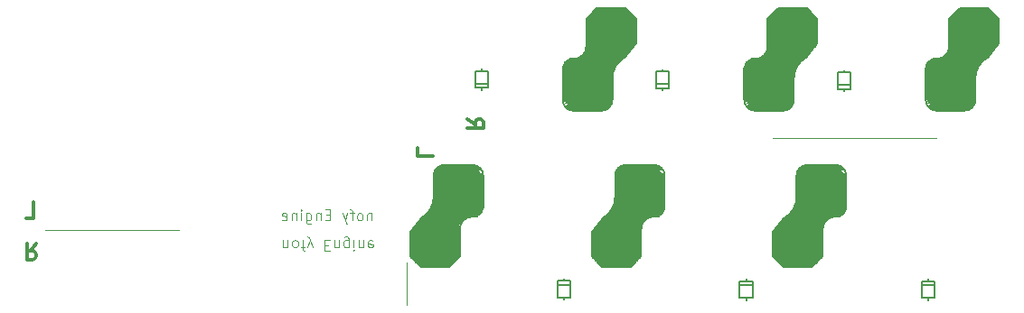
<source format=gbr>
G04 #@! TF.GenerationSoftware,KiCad,Pcbnew,9.0.0*
G04 #@! TF.CreationDate,2025-04-19T14:36:31+09:00*
G04 #@! TF.ProjectId,nofy_V2_E,6e6f6679-5f56-4325-9f45-2e6b69636164,rev?*
G04 #@! TF.SameCoordinates,Original*
G04 #@! TF.FileFunction,Legend,Bot*
G04 #@! TF.FilePolarity,Positive*
%FSLAX46Y46*%
G04 Gerber Fmt 4.6, Leading zero omitted, Abs format (unit mm)*
G04 Created by KiCad (PCBNEW 9.0.0) date 2025-04-19 14:36:31*
%MOMM*%
%LPD*%
G01*
G04 APERTURE LIST*
%ADD10C,0.100000*%
%ADD11C,0.125000*%
%ADD12C,0.300000*%
%ADD13C,0.200000*%
%ADD14C,0.150000*%
G04 APERTURE END LIST*
D10*
X89595550Y-43303000D02*
X104895550Y-43303000D01*
X55295500Y-59003000D02*
X55295500Y-55003000D01*
X33995500Y-52003000D02*
X21395500Y-52003000D01*
D11*
X52033768Y-50391552D02*
X52033768Y-51058219D01*
X52033768Y-50486790D02*
X51986149Y-50439171D01*
X51986149Y-50439171D02*
X51890911Y-50391552D01*
X51890911Y-50391552D02*
X51748054Y-50391552D01*
X51748054Y-50391552D02*
X51652816Y-50439171D01*
X51652816Y-50439171D02*
X51605197Y-50534409D01*
X51605197Y-50534409D02*
X51605197Y-51058219D01*
X50986149Y-51058219D02*
X51081387Y-51010600D01*
X51081387Y-51010600D02*
X51129006Y-50962980D01*
X51129006Y-50962980D02*
X51176625Y-50867742D01*
X51176625Y-50867742D02*
X51176625Y-50582028D01*
X51176625Y-50582028D02*
X51129006Y-50486790D01*
X51129006Y-50486790D02*
X51081387Y-50439171D01*
X51081387Y-50439171D02*
X50986149Y-50391552D01*
X50986149Y-50391552D02*
X50843292Y-50391552D01*
X50843292Y-50391552D02*
X50748054Y-50439171D01*
X50748054Y-50439171D02*
X50700435Y-50486790D01*
X50700435Y-50486790D02*
X50652816Y-50582028D01*
X50652816Y-50582028D02*
X50652816Y-50867742D01*
X50652816Y-50867742D02*
X50700435Y-50962980D01*
X50700435Y-50962980D02*
X50748054Y-51010600D01*
X50748054Y-51010600D02*
X50843292Y-51058219D01*
X50843292Y-51058219D02*
X50986149Y-51058219D01*
X50367101Y-50391552D02*
X49986149Y-50391552D01*
X50224244Y-51058219D02*
X50224244Y-50201076D01*
X50224244Y-50201076D02*
X50176625Y-50105838D01*
X50176625Y-50105838D02*
X50081387Y-50058219D01*
X50081387Y-50058219D02*
X49986149Y-50058219D01*
X49748053Y-50391552D02*
X49509958Y-51058219D01*
X49271863Y-50391552D02*
X49509958Y-51058219D01*
X49509958Y-51058219D02*
X49605196Y-51296314D01*
X49605196Y-51296314D02*
X49652815Y-51343933D01*
X49652815Y-51343933D02*
X49748053Y-51391552D01*
X48129005Y-50534409D02*
X47795672Y-50534409D01*
X47652815Y-51058219D02*
X48129005Y-51058219D01*
X48129005Y-51058219D02*
X48129005Y-50058219D01*
X48129005Y-50058219D02*
X47652815Y-50058219D01*
X47224243Y-50391552D02*
X47224243Y-51058219D01*
X47224243Y-50486790D02*
X47176624Y-50439171D01*
X47176624Y-50439171D02*
X47081386Y-50391552D01*
X47081386Y-50391552D02*
X46938529Y-50391552D01*
X46938529Y-50391552D02*
X46843291Y-50439171D01*
X46843291Y-50439171D02*
X46795672Y-50534409D01*
X46795672Y-50534409D02*
X46795672Y-51058219D01*
X45890910Y-50391552D02*
X45890910Y-51201076D01*
X45890910Y-51201076D02*
X45938529Y-51296314D01*
X45938529Y-51296314D02*
X45986148Y-51343933D01*
X45986148Y-51343933D02*
X46081386Y-51391552D01*
X46081386Y-51391552D02*
X46224243Y-51391552D01*
X46224243Y-51391552D02*
X46319481Y-51343933D01*
X45890910Y-51010600D02*
X45986148Y-51058219D01*
X45986148Y-51058219D02*
X46176624Y-51058219D01*
X46176624Y-51058219D02*
X46271862Y-51010600D01*
X46271862Y-51010600D02*
X46319481Y-50962980D01*
X46319481Y-50962980D02*
X46367100Y-50867742D01*
X46367100Y-50867742D02*
X46367100Y-50582028D01*
X46367100Y-50582028D02*
X46319481Y-50486790D01*
X46319481Y-50486790D02*
X46271862Y-50439171D01*
X46271862Y-50439171D02*
X46176624Y-50391552D01*
X46176624Y-50391552D02*
X45986148Y-50391552D01*
X45986148Y-50391552D02*
X45890910Y-50439171D01*
X45414719Y-51058219D02*
X45414719Y-50391552D01*
X45414719Y-50058219D02*
X45462338Y-50105838D01*
X45462338Y-50105838D02*
X45414719Y-50153457D01*
X45414719Y-50153457D02*
X45367100Y-50105838D01*
X45367100Y-50105838D02*
X45414719Y-50058219D01*
X45414719Y-50058219D02*
X45414719Y-50153457D01*
X44938529Y-50391552D02*
X44938529Y-51058219D01*
X44938529Y-50486790D02*
X44890910Y-50439171D01*
X44890910Y-50439171D02*
X44795672Y-50391552D01*
X44795672Y-50391552D02*
X44652815Y-50391552D01*
X44652815Y-50391552D02*
X44557577Y-50439171D01*
X44557577Y-50439171D02*
X44509958Y-50534409D01*
X44509958Y-50534409D02*
X44509958Y-51058219D01*
X43652815Y-51010600D02*
X43748053Y-51058219D01*
X43748053Y-51058219D02*
X43938529Y-51058219D01*
X43938529Y-51058219D02*
X44033767Y-51010600D01*
X44033767Y-51010600D02*
X44081386Y-50915361D01*
X44081386Y-50915361D02*
X44081386Y-50534409D01*
X44081386Y-50534409D02*
X44033767Y-50439171D01*
X44033767Y-50439171D02*
X43938529Y-50391552D01*
X43938529Y-50391552D02*
X43748053Y-50391552D01*
X43748053Y-50391552D02*
X43652815Y-50439171D01*
X43652815Y-50439171D02*
X43605196Y-50534409D01*
X43605196Y-50534409D02*
X43605196Y-50629647D01*
X43605196Y-50629647D02*
X44081386Y-50724885D01*
D12*
X56294671Y-44284203D02*
X56294671Y-44998489D01*
X56294671Y-44998489D02*
X57794671Y-44998489D01*
D11*
X43724431Y-53582647D02*
X43724431Y-52915980D01*
X43724431Y-53487409D02*
X43772050Y-53535028D01*
X43772050Y-53535028D02*
X43867288Y-53582647D01*
X43867288Y-53582647D02*
X44010145Y-53582647D01*
X44010145Y-53582647D02*
X44105383Y-53535028D01*
X44105383Y-53535028D02*
X44153002Y-53439790D01*
X44153002Y-53439790D02*
X44153002Y-52915980D01*
X44772050Y-52915980D02*
X44676812Y-52963600D01*
X44676812Y-52963600D02*
X44629193Y-53011219D01*
X44629193Y-53011219D02*
X44581574Y-53106457D01*
X44581574Y-53106457D02*
X44581574Y-53392171D01*
X44581574Y-53392171D02*
X44629193Y-53487409D01*
X44629193Y-53487409D02*
X44676812Y-53535028D01*
X44676812Y-53535028D02*
X44772050Y-53582647D01*
X44772050Y-53582647D02*
X44914907Y-53582647D01*
X44914907Y-53582647D02*
X45010145Y-53535028D01*
X45010145Y-53535028D02*
X45057764Y-53487409D01*
X45057764Y-53487409D02*
X45105383Y-53392171D01*
X45105383Y-53392171D02*
X45105383Y-53106457D01*
X45105383Y-53106457D02*
X45057764Y-53011219D01*
X45057764Y-53011219D02*
X45010145Y-52963600D01*
X45010145Y-52963600D02*
X44914907Y-52915980D01*
X44914907Y-52915980D02*
X44772050Y-52915980D01*
X45391098Y-53582647D02*
X45772050Y-53582647D01*
X45533955Y-52915980D02*
X45533955Y-53773123D01*
X45533955Y-53773123D02*
X45581574Y-53868361D01*
X45581574Y-53868361D02*
X45676812Y-53915980D01*
X45676812Y-53915980D02*
X45772050Y-53915980D01*
X46010146Y-53582647D02*
X46248241Y-52915980D01*
X46486336Y-53582647D02*
X46248241Y-52915980D01*
X46248241Y-52915980D02*
X46153003Y-52677885D01*
X46153003Y-52677885D02*
X46105384Y-52630266D01*
X46105384Y-52630266D02*
X46010146Y-52582647D01*
X47629194Y-53439790D02*
X47962527Y-53439790D01*
X48105384Y-52915980D02*
X47629194Y-52915980D01*
X47629194Y-52915980D02*
X47629194Y-53915980D01*
X47629194Y-53915980D02*
X48105384Y-53915980D01*
X48533956Y-53582647D02*
X48533956Y-52915980D01*
X48533956Y-53487409D02*
X48581575Y-53535028D01*
X48581575Y-53535028D02*
X48676813Y-53582647D01*
X48676813Y-53582647D02*
X48819670Y-53582647D01*
X48819670Y-53582647D02*
X48914908Y-53535028D01*
X48914908Y-53535028D02*
X48962527Y-53439790D01*
X48962527Y-53439790D02*
X48962527Y-52915980D01*
X49867289Y-53582647D02*
X49867289Y-52773123D01*
X49867289Y-52773123D02*
X49819670Y-52677885D01*
X49819670Y-52677885D02*
X49772051Y-52630266D01*
X49772051Y-52630266D02*
X49676813Y-52582647D01*
X49676813Y-52582647D02*
X49533956Y-52582647D01*
X49533956Y-52582647D02*
X49438718Y-52630266D01*
X49867289Y-52963600D02*
X49772051Y-52915980D01*
X49772051Y-52915980D02*
X49581575Y-52915980D01*
X49581575Y-52915980D02*
X49486337Y-52963600D01*
X49486337Y-52963600D02*
X49438718Y-53011219D01*
X49438718Y-53011219D02*
X49391099Y-53106457D01*
X49391099Y-53106457D02*
X49391099Y-53392171D01*
X49391099Y-53392171D02*
X49438718Y-53487409D01*
X49438718Y-53487409D02*
X49486337Y-53535028D01*
X49486337Y-53535028D02*
X49581575Y-53582647D01*
X49581575Y-53582647D02*
X49772051Y-53582647D01*
X49772051Y-53582647D02*
X49867289Y-53535028D01*
X50343480Y-52915980D02*
X50343480Y-53582647D01*
X50343480Y-53915980D02*
X50295861Y-53868361D01*
X50295861Y-53868361D02*
X50343480Y-53820742D01*
X50343480Y-53820742D02*
X50391099Y-53868361D01*
X50391099Y-53868361D02*
X50343480Y-53915980D01*
X50343480Y-53915980D02*
X50343480Y-53820742D01*
X50819670Y-53582647D02*
X50819670Y-52915980D01*
X50819670Y-53487409D02*
X50867289Y-53535028D01*
X50867289Y-53535028D02*
X50962527Y-53582647D01*
X50962527Y-53582647D02*
X51105384Y-53582647D01*
X51105384Y-53582647D02*
X51200622Y-53535028D01*
X51200622Y-53535028D02*
X51248241Y-53439790D01*
X51248241Y-53439790D02*
X51248241Y-52915980D01*
X52105384Y-52963600D02*
X52010146Y-52915980D01*
X52010146Y-52915980D02*
X51819670Y-52915980D01*
X51819670Y-52915980D02*
X51724432Y-52963600D01*
X51724432Y-52963600D02*
X51676813Y-53058838D01*
X51676813Y-53058838D02*
X51676813Y-53439790D01*
X51676813Y-53439790D02*
X51724432Y-53535028D01*
X51724432Y-53535028D02*
X51819670Y-53582647D01*
X51819670Y-53582647D02*
X52010146Y-53582647D01*
X52010146Y-53582647D02*
X52105384Y-53535028D01*
X52105384Y-53535028D02*
X52153003Y-53439790D01*
X52153003Y-53439790D02*
X52153003Y-53344552D01*
X52153003Y-53344552D02*
X51676813Y-53249314D01*
D12*
X20565753Y-53236271D02*
X20065753Y-53950557D01*
X19708610Y-53236271D02*
X19708610Y-54736271D01*
X19708610Y-54736271D02*
X20280039Y-54736271D01*
X20280039Y-54736271D02*
X20422896Y-54664842D01*
X20422896Y-54664842D02*
X20494325Y-54593414D01*
X20494325Y-54593414D02*
X20565753Y-54450557D01*
X20565753Y-54450557D02*
X20565753Y-54236271D01*
X20565753Y-54236271D02*
X20494325Y-54093414D01*
X20494325Y-54093414D02*
X20422896Y-54021985D01*
X20422896Y-54021985D02*
X20280039Y-53950557D01*
X20280039Y-53950557D02*
X19708610Y-53950557D01*
X60994671Y-41541346D02*
X61708957Y-42041346D01*
X60994671Y-42398489D02*
X62494671Y-42398489D01*
X62494671Y-42398489D02*
X62494671Y-41827060D01*
X62494671Y-41827060D02*
X62423242Y-41684203D01*
X62423242Y-41684203D02*
X62351814Y-41612774D01*
X62351814Y-41612774D02*
X62208957Y-41541346D01*
X62208957Y-41541346D02*
X61994671Y-41541346D01*
X61994671Y-41541346D02*
X61851814Y-41612774D01*
X61851814Y-41612774D02*
X61780385Y-41684203D01*
X61780385Y-41684203D02*
X61708957Y-41827060D01*
X61708957Y-41827060D02*
X61708957Y-42398489D01*
X19635303Y-50837928D02*
X20349589Y-50837928D01*
X20349589Y-50837928D02*
X20349589Y-49337928D01*
D13*
X103550186Y-56760781D02*
X103550186Y-58348285D01*
X103550186Y-57157657D02*
X104740814Y-57157657D01*
X103550186Y-58348285D02*
X104740814Y-58348285D01*
X104145500Y-56562343D02*
X104145500Y-56760781D01*
X104145500Y-58348285D02*
X104145500Y-58546723D01*
X104740814Y-56760781D02*
X103550186Y-56760781D01*
X104740814Y-58348285D02*
X104740814Y-56760781D01*
D14*
X69920500Y-36764204D02*
X69920500Y-39728000D01*
X70920500Y-40758000D02*
X73570500Y-40758000D01*
X70945500Y-35903000D02*
X70622387Y-35903000D01*
X72120500Y-32153000D02*
X72120500Y-34728000D01*
X73120500Y-31153000D02*
X72120500Y-32153000D01*
X73120500Y-31153000D02*
X75770500Y-31153000D01*
X74075500Y-40603000D02*
X70395500Y-40603000D01*
X74245500Y-40453000D02*
X70275500Y-40453000D01*
X74385500Y-40303000D02*
X70245500Y-40303000D01*
X74465500Y-40153000D02*
X70345500Y-40153000D01*
X74515500Y-40003000D02*
X70195500Y-40003000D01*
X74545500Y-37603000D02*
X69995500Y-37603000D01*
X74545500Y-37753000D02*
X69945500Y-37753000D01*
X74545500Y-37903000D02*
X69945500Y-37903000D01*
X74545500Y-38053000D02*
X69945500Y-38053000D01*
X74545500Y-38203000D02*
X69945500Y-38203000D01*
X74545500Y-38353000D02*
X69945500Y-38353000D01*
X74545500Y-38503000D02*
X69945500Y-38503000D01*
X74545500Y-38653000D02*
X69945500Y-38653000D01*
X74545500Y-38803000D02*
X69945500Y-38803000D01*
X74545500Y-38953000D02*
X69945500Y-38953000D01*
X74545500Y-39103000D02*
X69945500Y-39103000D01*
X74545500Y-39253000D02*
X69945500Y-39253000D01*
X74545500Y-39403000D02*
X69945500Y-39403000D01*
X74545500Y-39553000D02*
X69945500Y-39553000D01*
X74545500Y-39703000D02*
X69945500Y-39703000D01*
X74555500Y-39853000D02*
X70045500Y-39853000D01*
X74570500Y-37753000D02*
X74570500Y-39728000D01*
X74585500Y-37453000D02*
X69945500Y-37453000D01*
X74595500Y-37153000D02*
X69995500Y-37153000D01*
X74595500Y-37303000D02*
X69945500Y-37303000D01*
X74645500Y-37003000D02*
X69935500Y-37003000D01*
X74745500Y-36853000D02*
X69925500Y-36853000D01*
X74795500Y-36703000D02*
X69945500Y-36703000D01*
X74895500Y-36553000D02*
X69975500Y-36553000D01*
X74995500Y-36403000D02*
X70025500Y-36403000D01*
X75095500Y-36253000D02*
X70105500Y-36253000D01*
X75245500Y-36103000D02*
X70295500Y-36103000D01*
X75395500Y-35953000D02*
X70495500Y-35953000D01*
X75565500Y-35853000D02*
X71445500Y-35853000D01*
X75745500Y-35753000D02*
X71595500Y-35753000D01*
X75745500Y-35753000D02*
X76770500Y-34478000D01*
X75770500Y-31153000D02*
X76770500Y-32153000D01*
X75815500Y-35653000D02*
X71795500Y-35653000D01*
X75895500Y-35553000D02*
X71895500Y-35553000D01*
X75915500Y-31303000D02*
X72985500Y-31303000D01*
X75975500Y-35453000D02*
X71945500Y-35453000D01*
X75995500Y-31403000D02*
X72875500Y-31403000D01*
X76065500Y-35343000D02*
X71995500Y-35353000D01*
X76105500Y-31503000D02*
X72775500Y-31503000D01*
X76165500Y-35203000D02*
X72045500Y-35203000D01*
X76205500Y-31603000D02*
X72675500Y-31603000D01*
X76305500Y-35053000D02*
X72145500Y-35053000D01*
X76365500Y-31753000D02*
X72535500Y-31753000D01*
X76425500Y-34903000D02*
X72145500Y-34903000D01*
X76495500Y-31903000D02*
X72375500Y-31903000D01*
X76535500Y-34753000D02*
X72145500Y-34753000D01*
X76635500Y-32053000D02*
X72245500Y-32053000D01*
X76655500Y-34603000D02*
X72195500Y-34603000D01*
X76745500Y-32203000D02*
X72145500Y-32203000D01*
X76745500Y-32353000D02*
X72145500Y-32353000D01*
X76745500Y-32503000D02*
X72145500Y-32503000D01*
X76745500Y-32653000D02*
X72145500Y-32653000D01*
X76745500Y-32803000D02*
X72145500Y-32803000D01*
X76745500Y-32953000D02*
X72145500Y-32953000D01*
X76745500Y-33103000D02*
X72145500Y-33103000D01*
X76745500Y-33253000D02*
X72145500Y-33253000D01*
X76745500Y-33403000D02*
X72145500Y-33403000D01*
X76745500Y-33553000D02*
X72145500Y-33553000D01*
X76745500Y-33703000D02*
X72145500Y-33703000D01*
X76745500Y-33853000D02*
X72145500Y-33853000D01*
X76745500Y-34003000D02*
X72145500Y-34003000D01*
X76745500Y-34153000D02*
X72145500Y-34153000D01*
X76745500Y-34303000D02*
X72145500Y-34303000D01*
X76745500Y-34453000D02*
X72145500Y-34453000D01*
X76770500Y-32153000D02*
X76770500Y-34478000D01*
X69920500Y-36764204D02*
G75*
G02*
X70622387Y-35903000I926887J-38796D01*
G01*
X70920500Y-40758000D02*
G75*
G02*
X69920500Y-39758000I-1J999999D01*
G01*
X72120500Y-34728000D02*
G75*
G02*
X70945500Y-35903000I-1175002J2D01*
G01*
X74562958Y-37753000D02*
G75*
G02*
X75745500Y-35753000I2282546J-2D01*
G01*
X74570500Y-39758000D02*
G75*
G02*
X73570500Y-40758000I-999999J-1D01*
G01*
D13*
X95700186Y-37134215D02*
X95700186Y-38721719D01*
X95700186Y-38721719D02*
X96890814Y-38721719D01*
X96295500Y-37134215D02*
X96295500Y-36935777D01*
X96295500Y-38920157D02*
X96295500Y-38721719D01*
X96890814Y-37134215D02*
X95700186Y-37134215D01*
X96890814Y-38324843D02*
X95700186Y-38324843D01*
X96890814Y-38721719D02*
X96890814Y-37134215D01*
X86500186Y-56760781D02*
X86500186Y-58348285D01*
X86500186Y-57157657D02*
X87690814Y-57157657D01*
X86500186Y-58348285D02*
X87690814Y-58348285D01*
X87095500Y-56562343D02*
X87095500Y-56760781D01*
X87095500Y-58348285D02*
X87095500Y-58546723D01*
X87690814Y-56760781D02*
X86500186Y-56760781D01*
X87690814Y-58348285D02*
X87690814Y-56760781D01*
D14*
X86920500Y-36764204D02*
X86920500Y-39728000D01*
X87920500Y-40758000D02*
X90570500Y-40758000D01*
X87945500Y-35903000D02*
X87622387Y-35903000D01*
X89120500Y-32153000D02*
X89120500Y-34728000D01*
X90120500Y-31153000D02*
X89120500Y-32153000D01*
X90120500Y-31153000D02*
X92770500Y-31153000D01*
X91075500Y-40603000D02*
X87395500Y-40603000D01*
X91245500Y-40453000D02*
X87275500Y-40453000D01*
X91385500Y-40303000D02*
X87245500Y-40303000D01*
X91465500Y-40153000D02*
X87345500Y-40153000D01*
X91515500Y-40003000D02*
X87195500Y-40003000D01*
X91545500Y-37603000D02*
X86995500Y-37603000D01*
X91545500Y-37753000D02*
X86945500Y-37753000D01*
X91545500Y-37903000D02*
X86945500Y-37903000D01*
X91545500Y-38053000D02*
X86945500Y-38053000D01*
X91545500Y-38203000D02*
X86945500Y-38203000D01*
X91545500Y-38353000D02*
X86945500Y-38353000D01*
X91545500Y-38503000D02*
X86945500Y-38503000D01*
X91545500Y-38653000D02*
X86945500Y-38653000D01*
X91545500Y-38803000D02*
X86945500Y-38803000D01*
X91545500Y-38953000D02*
X86945500Y-38953000D01*
X91545500Y-39103000D02*
X86945500Y-39103000D01*
X91545500Y-39253000D02*
X86945500Y-39253000D01*
X91545500Y-39403000D02*
X86945500Y-39403000D01*
X91545500Y-39553000D02*
X86945500Y-39553000D01*
X91545500Y-39703000D02*
X86945500Y-39703000D01*
X91555500Y-39853000D02*
X87045500Y-39853000D01*
X91570500Y-37753000D02*
X91570500Y-39728000D01*
X91585500Y-37453000D02*
X86945500Y-37453000D01*
X91595500Y-37153000D02*
X86995500Y-37153000D01*
X91595500Y-37303000D02*
X86945500Y-37303000D01*
X91645500Y-37003000D02*
X86935500Y-37003000D01*
X91745500Y-36853000D02*
X86925500Y-36853000D01*
X91795500Y-36703000D02*
X86945500Y-36703000D01*
X91895500Y-36553000D02*
X86975500Y-36553000D01*
X91995500Y-36403000D02*
X87025500Y-36403000D01*
X92095500Y-36253000D02*
X87105500Y-36253000D01*
X92245500Y-36103000D02*
X87295500Y-36103000D01*
X92395500Y-35953000D02*
X87495500Y-35953000D01*
X92565500Y-35853000D02*
X88445500Y-35853000D01*
X92745500Y-35753000D02*
X88595500Y-35753000D01*
X92745500Y-35753000D02*
X93770500Y-34478000D01*
X92770500Y-31153000D02*
X93770500Y-32153000D01*
X92815500Y-35653000D02*
X88795500Y-35653000D01*
X92895500Y-35553000D02*
X88895500Y-35553000D01*
X92915500Y-31303000D02*
X89985500Y-31303000D01*
X92975500Y-35453000D02*
X88945500Y-35453000D01*
X92995500Y-31403000D02*
X89875500Y-31403000D01*
X93065500Y-35343000D02*
X88995500Y-35353000D01*
X93105500Y-31503000D02*
X89775500Y-31503000D01*
X93165500Y-35203000D02*
X89045500Y-35203000D01*
X93205500Y-31603000D02*
X89675500Y-31603000D01*
X93305500Y-35053000D02*
X89145500Y-35053000D01*
X93365500Y-31753000D02*
X89535500Y-31753000D01*
X93425500Y-34903000D02*
X89145500Y-34903000D01*
X93495500Y-31903000D02*
X89375500Y-31903000D01*
X93535500Y-34753000D02*
X89145500Y-34753000D01*
X93635500Y-32053000D02*
X89245500Y-32053000D01*
X93655500Y-34603000D02*
X89195500Y-34603000D01*
X93745500Y-32203000D02*
X89145500Y-32203000D01*
X93745500Y-32353000D02*
X89145500Y-32353000D01*
X93745500Y-32503000D02*
X89145500Y-32503000D01*
X93745500Y-32653000D02*
X89145500Y-32653000D01*
X93745500Y-32803000D02*
X89145500Y-32803000D01*
X93745500Y-32953000D02*
X89145500Y-32953000D01*
X93745500Y-33103000D02*
X89145500Y-33103000D01*
X93745500Y-33253000D02*
X89145500Y-33253000D01*
X93745500Y-33403000D02*
X89145500Y-33403000D01*
X93745500Y-33553000D02*
X89145500Y-33553000D01*
X93745500Y-33703000D02*
X89145500Y-33703000D01*
X93745500Y-33853000D02*
X89145500Y-33853000D01*
X93745500Y-34003000D02*
X89145500Y-34003000D01*
X93745500Y-34153000D02*
X89145500Y-34153000D01*
X93745500Y-34303000D02*
X89145500Y-34303000D01*
X93745500Y-34453000D02*
X89145500Y-34453000D01*
X93770500Y-32153000D02*
X93770500Y-34478000D01*
X86920500Y-36764204D02*
G75*
G02*
X87622387Y-35903000I926887J-38796D01*
G01*
X87920500Y-40758000D02*
G75*
G02*
X86920500Y-39758000I-1J999999D01*
G01*
X89120500Y-34728000D02*
G75*
G02*
X87945500Y-35903000I-1175002J2D01*
G01*
X91562958Y-37753000D02*
G75*
G02*
X92745500Y-35753000I2282546J-2D01*
G01*
X91570500Y-39758000D02*
G75*
G02*
X90570500Y-40758000I-999999J-1D01*
G01*
X72620500Y-54453000D02*
X72620500Y-52128000D01*
X72645500Y-52153000D02*
X77245500Y-52153000D01*
X72645500Y-52303000D02*
X77245500Y-52303000D01*
X72645500Y-52453000D02*
X77245500Y-52453000D01*
X72645500Y-52603000D02*
X77245500Y-52603000D01*
X72645500Y-52753000D02*
X77245500Y-52753000D01*
X72645500Y-52903000D02*
X77245500Y-52903000D01*
X72645500Y-53053000D02*
X77245500Y-53053000D01*
X72645500Y-53203000D02*
X77245500Y-53203000D01*
X72645500Y-53353000D02*
X77245500Y-53353000D01*
X72645500Y-53503000D02*
X77245500Y-53503000D01*
X72645500Y-53653000D02*
X77245500Y-53653000D01*
X72645500Y-53803000D02*
X77245500Y-53803000D01*
X72645500Y-53953000D02*
X77245500Y-53953000D01*
X72645500Y-54103000D02*
X77245500Y-54103000D01*
X72645500Y-54253000D02*
X77245500Y-54253000D01*
X72645500Y-54403000D02*
X77245500Y-54403000D01*
X72735500Y-52003000D02*
X77195500Y-52003000D01*
X72755500Y-54553000D02*
X77145500Y-54553000D01*
X72855500Y-51853000D02*
X77245500Y-51853000D01*
X72895500Y-54703000D02*
X77015500Y-54703000D01*
X72965500Y-51703000D02*
X77245500Y-51703000D01*
X73025500Y-54853000D02*
X76855500Y-54853000D01*
X73085500Y-51553000D02*
X77245500Y-51553000D01*
X73185500Y-55003000D02*
X76715500Y-55003000D01*
X73225500Y-51403000D02*
X77345500Y-51403000D01*
X73285500Y-55103000D02*
X76615500Y-55103000D01*
X73325500Y-51263000D02*
X77395500Y-51253000D01*
X73395500Y-55203000D02*
X76515500Y-55203000D01*
X73415500Y-51153000D02*
X77445500Y-51153000D01*
X73475500Y-55303000D02*
X76405500Y-55303000D01*
X73495500Y-51053000D02*
X77495500Y-51053000D01*
X73575500Y-50953000D02*
X77595500Y-50953000D01*
X73620500Y-55453000D02*
X72620500Y-54453000D01*
X73645500Y-50853000D02*
X72620500Y-52128000D01*
X73645500Y-50853000D02*
X77795500Y-50853000D01*
X73825500Y-50753000D02*
X77945500Y-50753000D01*
X73995500Y-50653000D02*
X78895500Y-50653000D01*
X74145500Y-50503000D02*
X79095500Y-50503000D01*
X74295500Y-50353000D02*
X79285500Y-50353000D01*
X74395500Y-50203000D02*
X79365500Y-50203000D01*
X74495500Y-50053000D02*
X79415500Y-50053000D01*
X74595500Y-49903000D02*
X79445500Y-49903000D01*
X74645500Y-49753000D02*
X79465500Y-49753000D01*
X74745500Y-49603000D02*
X79455500Y-49603000D01*
X74795500Y-49303000D02*
X79445500Y-49303000D01*
X74795500Y-49453000D02*
X79395500Y-49453000D01*
X74805500Y-49153000D02*
X79445500Y-49153000D01*
X74820500Y-48853000D02*
X74820500Y-46878000D01*
X74835500Y-46753000D02*
X79345500Y-46753000D01*
X74845500Y-46903000D02*
X79445500Y-46903000D01*
X74845500Y-47053000D02*
X79445500Y-47053000D01*
X74845500Y-47203000D02*
X79445500Y-47203000D01*
X74845500Y-47353000D02*
X79445500Y-47353000D01*
X74845500Y-47503000D02*
X79445500Y-47503000D01*
X74845500Y-47653000D02*
X79445500Y-47653000D01*
X74845500Y-47803000D02*
X79445500Y-47803000D01*
X74845500Y-47953000D02*
X79445500Y-47953000D01*
X74845500Y-48103000D02*
X79445500Y-48103000D01*
X74845500Y-48253000D02*
X79445500Y-48253000D01*
X74845500Y-48403000D02*
X79445500Y-48403000D01*
X74845500Y-48553000D02*
X79445500Y-48553000D01*
X74845500Y-48703000D02*
X79445500Y-48703000D01*
X74845500Y-48853000D02*
X79445500Y-48853000D01*
X74845500Y-49003000D02*
X79395500Y-49003000D01*
X74875500Y-46603000D02*
X79195500Y-46603000D01*
X74925500Y-46453000D02*
X79045500Y-46453000D01*
X75005500Y-46303000D02*
X79145500Y-46303000D01*
X75145500Y-46153000D02*
X79115500Y-46153000D01*
X75315500Y-46003000D02*
X78995500Y-46003000D01*
X76270500Y-55453000D02*
X73620500Y-55453000D01*
X76270500Y-55453000D02*
X77270500Y-54453000D01*
X77270500Y-54453000D02*
X77270500Y-51878000D01*
X78445500Y-50703000D02*
X78768613Y-50703000D01*
X78470500Y-45848000D02*
X75820500Y-45848000D01*
X79470500Y-49841796D02*
X79470500Y-46878000D01*
X74820500Y-46848000D02*
G75*
G02*
X75820500Y-45848000I999999J1D01*
G01*
X74828042Y-48853000D02*
G75*
G02*
X73645500Y-50853000I-2282546J2D01*
G01*
X77270500Y-51878000D02*
G75*
G02*
X78445500Y-50703000I1175002J-2D01*
G01*
X78470500Y-45848000D02*
G75*
G02*
X79470500Y-46848000I1J-999999D01*
G01*
X79470500Y-49841796D02*
G75*
G02*
X78768613Y-50703000I-926887J38796D01*
G01*
X55620500Y-54453000D02*
X55620500Y-52128000D01*
X55645500Y-52153000D02*
X60245500Y-52153000D01*
X55645500Y-52303000D02*
X60245500Y-52303000D01*
X55645500Y-52453000D02*
X60245500Y-52453000D01*
X55645500Y-52603000D02*
X60245500Y-52603000D01*
X55645500Y-52753000D02*
X60245500Y-52753000D01*
X55645500Y-52903000D02*
X60245500Y-52903000D01*
X55645500Y-53053000D02*
X60245500Y-53053000D01*
X55645500Y-53203000D02*
X60245500Y-53203000D01*
X55645500Y-53353000D02*
X60245500Y-53353000D01*
X55645500Y-53503000D02*
X60245500Y-53503000D01*
X55645500Y-53653000D02*
X60245500Y-53653000D01*
X55645500Y-53803000D02*
X60245500Y-53803000D01*
X55645500Y-53953000D02*
X60245500Y-53953000D01*
X55645500Y-54103000D02*
X60245500Y-54103000D01*
X55645500Y-54253000D02*
X60245500Y-54253000D01*
X55645500Y-54403000D02*
X60245500Y-54403000D01*
X55735500Y-52003000D02*
X60195500Y-52003000D01*
X55755500Y-54553000D02*
X60145500Y-54553000D01*
X55855500Y-51853000D02*
X60245500Y-51853000D01*
X55895500Y-54703000D02*
X60015500Y-54703000D01*
X55965500Y-51703000D02*
X60245500Y-51703000D01*
X56025500Y-54853000D02*
X59855500Y-54853000D01*
X56085500Y-51553000D02*
X60245500Y-51553000D01*
X56185500Y-55003000D02*
X59715500Y-55003000D01*
X56225500Y-51403000D02*
X60345500Y-51403000D01*
X56285500Y-55103000D02*
X59615500Y-55103000D01*
X56325500Y-51263000D02*
X60395500Y-51253000D01*
X56395500Y-55203000D02*
X59515500Y-55203000D01*
X56415500Y-51153000D02*
X60445500Y-51153000D01*
X56475500Y-55303000D02*
X59405500Y-55303000D01*
X56495500Y-51053000D02*
X60495500Y-51053000D01*
X56575500Y-50953000D02*
X60595500Y-50953000D01*
X56620500Y-55453000D02*
X55620500Y-54453000D01*
X56645500Y-50853000D02*
X55620500Y-52128000D01*
X56645500Y-50853000D02*
X60795500Y-50853000D01*
X56825500Y-50753000D02*
X60945500Y-50753000D01*
X56995500Y-50653000D02*
X61895500Y-50653000D01*
X57145500Y-50503000D02*
X62095500Y-50503000D01*
X57295500Y-50353000D02*
X62285500Y-50353000D01*
X57395500Y-50203000D02*
X62365500Y-50203000D01*
X57495500Y-50053000D02*
X62415500Y-50053000D01*
X57595500Y-49903000D02*
X62445500Y-49903000D01*
X57645500Y-49753000D02*
X62465500Y-49753000D01*
X57745500Y-49603000D02*
X62455500Y-49603000D01*
X57795500Y-49303000D02*
X62445500Y-49303000D01*
X57795500Y-49453000D02*
X62395500Y-49453000D01*
X57805500Y-49153000D02*
X62445500Y-49153000D01*
X57820500Y-48853000D02*
X57820500Y-46878000D01*
X57835500Y-46753000D02*
X62345500Y-46753000D01*
X57845500Y-46903000D02*
X62445500Y-46903000D01*
X57845500Y-47053000D02*
X62445500Y-47053000D01*
X57845500Y-47203000D02*
X62445500Y-47203000D01*
X57845500Y-47353000D02*
X62445500Y-47353000D01*
X57845500Y-47503000D02*
X62445500Y-47503000D01*
X57845500Y-47653000D02*
X62445500Y-47653000D01*
X57845500Y-47803000D02*
X62445500Y-47803000D01*
X57845500Y-47953000D02*
X62445500Y-47953000D01*
X57845500Y-48103000D02*
X62445500Y-48103000D01*
X57845500Y-48253000D02*
X62445500Y-48253000D01*
X57845500Y-48403000D02*
X62445500Y-48403000D01*
X57845500Y-48553000D02*
X62445500Y-48553000D01*
X57845500Y-48703000D02*
X62445500Y-48703000D01*
X57845500Y-48853000D02*
X62445500Y-48853000D01*
X57845500Y-49003000D02*
X62395500Y-49003000D01*
X57875500Y-46603000D02*
X62195500Y-46603000D01*
X57925500Y-46453000D02*
X62045500Y-46453000D01*
X58005500Y-46303000D02*
X62145500Y-46303000D01*
X58145500Y-46153000D02*
X62115500Y-46153000D01*
X58315500Y-46003000D02*
X61995500Y-46003000D01*
X59270500Y-55453000D02*
X56620500Y-55453000D01*
X59270500Y-55453000D02*
X60270500Y-54453000D01*
X60270500Y-54453000D02*
X60270500Y-51878000D01*
X61445500Y-50703000D02*
X61768613Y-50703000D01*
X61470500Y-45848000D02*
X58820500Y-45848000D01*
X62470500Y-49841796D02*
X62470500Y-46878000D01*
X57820500Y-46848000D02*
G75*
G02*
X58820500Y-45848000I999999J1D01*
G01*
X57828042Y-48853000D02*
G75*
G02*
X56645500Y-50853000I-2282546J2D01*
G01*
X60270500Y-51878000D02*
G75*
G02*
X61445500Y-50703000I1175002J-2D01*
G01*
X61470500Y-45848000D02*
G75*
G02*
X62470500Y-46848000I1J-999999D01*
G01*
X62470500Y-49841796D02*
G75*
G02*
X61768613Y-50703000I-926887J38796D01*
G01*
D13*
X69450186Y-56734281D02*
X69450186Y-58321785D01*
X69450186Y-57131157D02*
X70640814Y-57131157D01*
X69450186Y-58321785D02*
X70640814Y-58321785D01*
X70045500Y-56535843D02*
X70045500Y-56734281D01*
X70045500Y-58321785D02*
X70045500Y-58520223D01*
X70640814Y-56734281D02*
X69450186Y-56734281D01*
X70640814Y-58321785D02*
X70640814Y-56734281D01*
X61700186Y-37034215D02*
X61700186Y-38621719D01*
X61700186Y-38621719D02*
X62890814Y-38621719D01*
X62295500Y-37034215D02*
X62295500Y-36835777D01*
X62295500Y-38820157D02*
X62295500Y-38621719D01*
X62890814Y-37034215D02*
X61700186Y-37034215D01*
X62890814Y-38224843D02*
X61700186Y-38224843D01*
X62890814Y-38621719D02*
X62890814Y-37034215D01*
D14*
X89620500Y-54453000D02*
X89620500Y-52128000D01*
X89645500Y-52153000D02*
X94245500Y-52153000D01*
X89645500Y-52303000D02*
X94245500Y-52303000D01*
X89645500Y-52453000D02*
X94245500Y-52453000D01*
X89645500Y-52603000D02*
X94245500Y-52603000D01*
X89645500Y-52753000D02*
X94245500Y-52753000D01*
X89645500Y-52903000D02*
X94245500Y-52903000D01*
X89645500Y-53053000D02*
X94245500Y-53053000D01*
X89645500Y-53203000D02*
X94245500Y-53203000D01*
X89645500Y-53353000D02*
X94245500Y-53353000D01*
X89645500Y-53503000D02*
X94245500Y-53503000D01*
X89645500Y-53653000D02*
X94245500Y-53653000D01*
X89645500Y-53803000D02*
X94245500Y-53803000D01*
X89645500Y-53953000D02*
X94245500Y-53953000D01*
X89645500Y-54103000D02*
X94245500Y-54103000D01*
X89645500Y-54253000D02*
X94245500Y-54253000D01*
X89645500Y-54403000D02*
X94245500Y-54403000D01*
X89735500Y-52003000D02*
X94195500Y-52003000D01*
X89755500Y-54553000D02*
X94145500Y-54553000D01*
X89855500Y-51853000D02*
X94245500Y-51853000D01*
X89895500Y-54703000D02*
X94015500Y-54703000D01*
X89965500Y-51703000D02*
X94245500Y-51703000D01*
X90025500Y-54853000D02*
X93855500Y-54853000D01*
X90085500Y-51553000D02*
X94245500Y-51553000D01*
X90185500Y-55003000D02*
X93715500Y-55003000D01*
X90225500Y-51403000D02*
X94345500Y-51403000D01*
X90285500Y-55103000D02*
X93615500Y-55103000D01*
X90325500Y-51263000D02*
X94395500Y-51253000D01*
X90395500Y-55203000D02*
X93515500Y-55203000D01*
X90415500Y-51153000D02*
X94445500Y-51153000D01*
X90475500Y-55303000D02*
X93405500Y-55303000D01*
X90495500Y-51053000D02*
X94495500Y-51053000D01*
X90575500Y-50953000D02*
X94595500Y-50953000D01*
X90620500Y-55453000D02*
X89620500Y-54453000D01*
X90645500Y-50853000D02*
X89620500Y-52128000D01*
X90645500Y-50853000D02*
X94795500Y-50853000D01*
X90825500Y-50753000D02*
X94945500Y-50753000D01*
X90995500Y-50653000D02*
X95895500Y-50653000D01*
X91145500Y-50503000D02*
X96095500Y-50503000D01*
X91295500Y-50353000D02*
X96285500Y-50353000D01*
X91395500Y-50203000D02*
X96365500Y-50203000D01*
X91495500Y-50053000D02*
X96415500Y-50053000D01*
X91595500Y-49903000D02*
X96445500Y-49903000D01*
X91645500Y-49753000D02*
X96465500Y-49753000D01*
X91745500Y-49603000D02*
X96455500Y-49603000D01*
X91795500Y-49303000D02*
X96445500Y-49303000D01*
X91795500Y-49453000D02*
X96395500Y-49453000D01*
X91805500Y-49153000D02*
X96445500Y-49153000D01*
X91820500Y-48853000D02*
X91820500Y-46878000D01*
X91835500Y-46753000D02*
X96345500Y-46753000D01*
X91845500Y-46903000D02*
X96445500Y-46903000D01*
X91845500Y-47053000D02*
X96445500Y-47053000D01*
X91845500Y-47203000D02*
X96445500Y-47203000D01*
X91845500Y-47353000D02*
X96445500Y-47353000D01*
X91845500Y-47503000D02*
X96445500Y-47503000D01*
X91845500Y-47653000D02*
X96445500Y-47653000D01*
X91845500Y-47803000D02*
X96445500Y-47803000D01*
X91845500Y-47953000D02*
X96445500Y-47953000D01*
X91845500Y-48103000D02*
X96445500Y-48103000D01*
X91845500Y-48253000D02*
X96445500Y-48253000D01*
X91845500Y-48403000D02*
X96445500Y-48403000D01*
X91845500Y-48553000D02*
X96445500Y-48553000D01*
X91845500Y-48703000D02*
X96445500Y-48703000D01*
X91845500Y-48853000D02*
X96445500Y-48853000D01*
X91845500Y-49003000D02*
X96395500Y-49003000D01*
X91875500Y-46603000D02*
X96195500Y-46603000D01*
X91925500Y-46453000D02*
X96045500Y-46453000D01*
X92005500Y-46303000D02*
X96145500Y-46303000D01*
X92145500Y-46153000D02*
X96115500Y-46153000D01*
X92315500Y-46003000D02*
X95995500Y-46003000D01*
X93270500Y-55453000D02*
X90620500Y-55453000D01*
X93270500Y-55453000D02*
X94270500Y-54453000D01*
X94270500Y-54453000D02*
X94270500Y-51878000D01*
X95445500Y-50703000D02*
X95768613Y-50703000D01*
X95470500Y-45848000D02*
X92820500Y-45848000D01*
X96470500Y-49841796D02*
X96470500Y-46878000D01*
X91820500Y-46848000D02*
G75*
G02*
X92820500Y-45848000I999999J1D01*
G01*
X91828042Y-48853000D02*
G75*
G02*
X90645500Y-50853000I-2282546J2D01*
G01*
X94270500Y-51878000D02*
G75*
G02*
X95445500Y-50703000I1175002J-2D01*
G01*
X95470500Y-45848000D02*
G75*
G02*
X96470500Y-46848000I1J-999999D01*
G01*
X96470500Y-49841796D02*
G75*
G02*
X95768613Y-50703000I-926887J38796D01*
G01*
D13*
X78700186Y-37084215D02*
X78700186Y-38671719D01*
X78700186Y-38671719D02*
X79890814Y-38671719D01*
X79295500Y-37084215D02*
X79295500Y-36885777D01*
X79295500Y-38870157D02*
X79295500Y-38671719D01*
X79890814Y-37084215D02*
X78700186Y-37084215D01*
X79890814Y-38274843D02*
X78700186Y-38274843D01*
X79890814Y-38671719D02*
X79890814Y-37084215D01*
D14*
X103920500Y-36764204D02*
X103920500Y-39728000D01*
X104920500Y-40758000D02*
X107570500Y-40758000D01*
X104945500Y-35903000D02*
X104622387Y-35903000D01*
X106120500Y-32153000D02*
X106120500Y-34728000D01*
X107120500Y-31153000D02*
X106120500Y-32153000D01*
X107120500Y-31153000D02*
X109770500Y-31153000D01*
X108075500Y-40603000D02*
X104395500Y-40603000D01*
X108245500Y-40453000D02*
X104275500Y-40453000D01*
X108385500Y-40303000D02*
X104245500Y-40303000D01*
X108465500Y-40153000D02*
X104345500Y-40153000D01*
X108515500Y-40003000D02*
X104195500Y-40003000D01*
X108545500Y-37603000D02*
X103995500Y-37603000D01*
X108545500Y-37753000D02*
X103945500Y-37753000D01*
X108545500Y-37903000D02*
X103945500Y-37903000D01*
X108545500Y-38053000D02*
X103945500Y-38053000D01*
X108545500Y-38203000D02*
X103945500Y-38203000D01*
X108545500Y-38353000D02*
X103945500Y-38353000D01*
X108545500Y-38503000D02*
X103945500Y-38503000D01*
X108545500Y-38653000D02*
X103945500Y-38653000D01*
X108545500Y-38803000D02*
X103945500Y-38803000D01*
X108545500Y-38953000D02*
X103945500Y-38953000D01*
X108545500Y-39103000D02*
X103945500Y-39103000D01*
X108545500Y-39253000D02*
X103945500Y-39253000D01*
X108545500Y-39403000D02*
X103945500Y-39403000D01*
X108545500Y-39553000D02*
X103945500Y-39553000D01*
X108545500Y-39703000D02*
X103945500Y-39703000D01*
X108555500Y-39853000D02*
X104045500Y-39853000D01*
X108570500Y-37753000D02*
X108570500Y-39728000D01*
X108585500Y-37453000D02*
X103945500Y-37453000D01*
X108595500Y-37153000D02*
X103995500Y-37153000D01*
X108595500Y-37303000D02*
X103945500Y-37303000D01*
X108645500Y-37003000D02*
X103935500Y-37003000D01*
X108745500Y-36853000D02*
X103925500Y-36853000D01*
X108795500Y-36703000D02*
X103945500Y-36703000D01*
X108895500Y-36553000D02*
X103975500Y-36553000D01*
X108995500Y-36403000D02*
X104025500Y-36403000D01*
X109095500Y-36253000D02*
X104105500Y-36253000D01*
X109245500Y-36103000D02*
X104295500Y-36103000D01*
X109395500Y-35953000D02*
X104495500Y-35953000D01*
X109565500Y-35853000D02*
X105445500Y-35853000D01*
X109745500Y-35753000D02*
X105595500Y-35753000D01*
X109745500Y-35753000D02*
X110770500Y-34478000D01*
X109770500Y-31153000D02*
X110770500Y-32153000D01*
X109815500Y-35653000D02*
X105795500Y-35653000D01*
X109895500Y-35553000D02*
X105895500Y-35553000D01*
X109915500Y-31303000D02*
X106985500Y-31303000D01*
X109975500Y-35453000D02*
X105945500Y-35453000D01*
X109995500Y-31403000D02*
X106875500Y-31403000D01*
X110065500Y-35343000D02*
X105995500Y-35353000D01*
X110105500Y-31503000D02*
X106775500Y-31503000D01*
X110165500Y-35203000D02*
X106045500Y-35203000D01*
X110205500Y-31603000D02*
X106675500Y-31603000D01*
X110305500Y-35053000D02*
X106145500Y-35053000D01*
X110365500Y-31753000D02*
X106535500Y-31753000D01*
X110425500Y-34903000D02*
X106145500Y-34903000D01*
X110495500Y-31903000D02*
X106375500Y-31903000D01*
X110535500Y-34753000D02*
X106145500Y-34753000D01*
X110635500Y-32053000D02*
X106245500Y-32053000D01*
X110655500Y-34603000D02*
X106195500Y-34603000D01*
X110745500Y-32203000D02*
X106145500Y-32203000D01*
X110745500Y-32353000D02*
X106145500Y-32353000D01*
X110745500Y-32503000D02*
X106145500Y-32503000D01*
X110745500Y-32653000D02*
X106145500Y-32653000D01*
X110745500Y-32803000D02*
X106145500Y-32803000D01*
X110745500Y-32953000D02*
X106145500Y-32953000D01*
X110745500Y-33103000D02*
X106145500Y-33103000D01*
X110745500Y-33253000D02*
X106145500Y-33253000D01*
X110745500Y-33403000D02*
X106145500Y-33403000D01*
X110745500Y-33553000D02*
X106145500Y-33553000D01*
X110745500Y-33703000D02*
X106145500Y-33703000D01*
X110745500Y-33853000D02*
X106145500Y-33853000D01*
X110745500Y-34003000D02*
X106145500Y-34003000D01*
X110745500Y-34153000D02*
X106145500Y-34153000D01*
X110745500Y-34303000D02*
X106145500Y-34303000D01*
X110745500Y-34453000D02*
X106145500Y-34453000D01*
X110770500Y-32153000D02*
X110770500Y-34478000D01*
X103920500Y-36764204D02*
G75*
G02*
X104622387Y-35903000I926887J-38796D01*
G01*
X104920500Y-40758000D02*
G75*
G02*
X103920500Y-39758000I-1J999999D01*
G01*
X106120500Y-34728000D02*
G75*
G02*
X104945500Y-35903000I-1175002J2D01*
G01*
X108562958Y-37753000D02*
G75*
G02*
X109745500Y-35753000I2282546J-2D01*
G01*
X108570500Y-39758000D02*
G75*
G02*
X107570500Y-40758000I-999999J-1D01*
G01*
M02*

</source>
